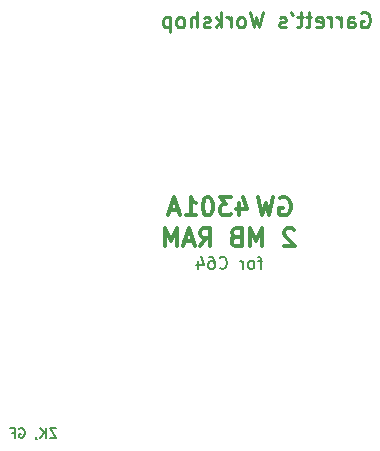
<source format=gbo>
G04 #@! TF.GenerationSoftware,KiCad,Pcbnew,(5.1.5-0-10_14)*
G04 #@! TF.CreationDate,2020-05-14T18:26:34-04:00*
G04 #@! TF.ProjectId,C64RAM,43363452-414d-42e6-9b69-6361645f7063,rev?*
G04 #@! TF.SameCoordinates,Original*
G04 #@! TF.FileFunction,Legend,Bot*
G04 #@! TF.FilePolarity,Positive*
%FSLAX46Y46*%
G04 Gerber Fmt 4.6, Leading zero omitted, Abs format (unit mm)*
G04 Created by KiCad (PCBNEW (5.1.5-0-10_14)) date 2020-05-14 18:26:34*
%MOMM*%
%LPD*%
G04 APERTURE LIST*
%ADD10C,0.203200*%
%ADD11C,0.225000*%
%ADD12C,0.300000*%
%ADD13C,0.200000*%
%ADD14C,0.100000*%
%ADD15C,1.143000*%
%ADD16C,2.152400*%
G04 APERTURE END LIST*
D10*
X117435238Y-84804895D02*
X116893371Y-84804895D01*
X117435238Y-85617695D01*
X116893371Y-85617695D01*
X116583733Y-85617695D02*
X116583733Y-84804895D01*
X116119276Y-85617695D02*
X116467619Y-85153238D01*
X116119276Y-84804895D02*
X116583733Y-85269352D01*
X115732228Y-85578990D02*
X115732228Y-85617695D01*
X115770933Y-85695104D01*
X115809638Y-85733809D01*
X114338857Y-84843600D02*
X114416266Y-84804895D01*
X114532380Y-84804895D01*
X114648495Y-84843600D01*
X114725904Y-84921009D01*
X114764609Y-84998419D01*
X114803314Y-85153238D01*
X114803314Y-85269352D01*
X114764609Y-85424171D01*
X114725904Y-85501580D01*
X114648495Y-85578990D01*
X114532380Y-85617695D01*
X114454971Y-85617695D01*
X114338857Y-85578990D01*
X114300152Y-85540285D01*
X114300152Y-85269352D01*
X114454971Y-85269352D01*
X113680876Y-85191942D02*
X113951809Y-85191942D01*
X113951809Y-85617695D02*
X113951809Y-84804895D01*
X113564761Y-84804895D01*
D11*
X143298333Y-49657000D02*
X143419285Y-49596523D01*
X143600714Y-49596523D01*
X143782142Y-49657000D01*
X143903095Y-49777952D01*
X143963571Y-49898904D01*
X144024047Y-50140809D01*
X144024047Y-50322238D01*
X143963571Y-50564142D01*
X143903095Y-50685095D01*
X143782142Y-50806047D01*
X143600714Y-50866523D01*
X143479761Y-50866523D01*
X143298333Y-50806047D01*
X143237857Y-50745571D01*
X143237857Y-50322238D01*
X143479761Y-50322238D01*
X142149285Y-50866523D02*
X142149285Y-50201285D01*
X142209761Y-50080333D01*
X142330714Y-50019857D01*
X142572619Y-50019857D01*
X142693571Y-50080333D01*
X142149285Y-50806047D02*
X142270238Y-50866523D01*
X142572619Y-50866523D01*
X142693571Y-50806047D01*
X142754047Y-50685095D01*
X142754047Y-50564142D01*
X142693571Y-50443190D01*
X142572619Y-50382714D01*
X142270238Y-50382714D01*
X142149285Y-50322238D01*
X141544523Y-50866523D02*
X141544523Y-50019857D01*
X141544523Y-50261761D02*
X141484047Y-50140809D01*
X141423571Y-50080333D01*
X141302619Y-50019857D01*
X141181666Y-50019857D01*
X140758333Y-50866523D02*
X140758333Y-50019857D01*
X140758333Y-50261761D02*
X140697857Y-50140809D01*
X140637380Y-50080333D01*
X140516428Y-50019857D01*
X140395476Y-50019857D01*
X139488333Y-50806047D02*
X139609285Y-50866523D01*
X139851190Y-50866523D01*
X139972142Y-50806047D01*
X140032619Y-50685095D01*
X140032619Y-50201285D01*
X139972142Y-50080333D01*
X139851190Y-50019857D01*
X139609285Y-50019857D01*
X139488333Y-50080333D01*
X139427857Y-50201285D01*
X139427857Y-50322238D01*
X140032619Y-50443190D01*
X139065000Y-50019857D02*
X138581190Y-50019857D01*
X138883571Y-49596523D02*
X138883571Y-50685095D01*
X138823095Y-50806047D01*
X138702142Y-50866523D01*
X138581190Y-50866523D01*
X138339285Y-50019857D02*
X137855476Y-50019857D01*
X138157857Y-49596523D02*
X138157857Y-50685095D01*
X138097380Y-50806047D01*
X137976428Y-50866523D01*
X137855476Y-50866523D01*
X137371666Y-49596523D02*
X137371666Y-49657000D01*
X137432142Y-49777952D01*
X137492619Y-49838428D01*
X136887857Y-50806047D02*
X136766904Y-50866523D01*
X136525000Y-50866523D01*
X136404047Y-50806047D01*
X136343571Y-50685095D01*
X136343571Y-50624619D01*
X136404047Y-50503666D01*
X136525000Y-50443190D01*
X136706428Y-50443190D01*
X136827380Y-50382714D01*
X136887857Y-50261761D01*
X136887857Y-50201285D01*
X136827380Y-50080333D01*
X136706428Y-50019857D01*
X136525000Y-50019857D01*
X136404047Y-50080333D01*
X134952619Y-49596523D02*
X134650238Y-50866523D01*
X134408333Y-49959380D01*
X134166428Y-50866523D01*
X133864047Y-49596523D01*
X133198809Y-50866523D02*
X133319761Y-50806047D01*
X133380238Y-50745571D01*
X133440714Y-50624619D01*
X133440714Y-50261761D01*
X133380238Y-50140809D01*
X133319761Y-50080333D01*
X133198809Y-50019857D01*
X133017380Y-50019857D01*
X132896428Y-50080333D01*
X132835952Y-50140809D01*
X132775476Y-50261761D01*
X132775476Y-50624619D01*
X132835952Y-50745571D01*
X132896428Y-50806047D01*
X133017380Y-50866523D01*
X133198809Y-50866523D01*
X132231190Y-50866523D02*
X132231190Y-50019857D01*
X132231190Y-50261761D02*
X132170714Y-50140809D01*
X132110238Y-50080333D01*
X131989285Y-50019857D01*
X131868333Y-50019857D01*
X131445000Y-50866523D02*
X131445000Y-49596523D01*
X131324047Y-50382714D02*
X130961190Y-50866523D01*
X130961190Y-50019857D02*
X131445000Y-50503666D01*
X130477380Y-50806047D02*
X130356428Y-50866523D01*
X130114523Y-50866523D01*
X129993571Y-50806047D01*
X129933095Y-50685095D01*
X129933095Y-50624619D01*
X129993571Y-50503666D01*
X130114523Y-50443190D01*
X130295952Y-50443190D01*
X130416904Y-50382714D01*
X130477380Y-50261761D01*
X130477380Y-50201285D01*
X130416904Y-50080333D01*
X130295952Y-50019857D01*
X130114523Y-50019857D01*
X129993571Y-50080333D01*
X129388809Y-50866523D02*
X129388809Y-49596523D01*
X128844523Y-50866523D02*
X128844523Y-50201285D01*
X128905000Y-50080333D01*
X129025952Y-50019857D01*
X129207380Y-50019857D01*
X129328333Y-50080333D01*
X129388809Y-50140809D01*
X128058333Y-50866523D02*
X128179285Y-50806047D01*
X128239761Y-50745571D01*
X128300238Y-50624619D01*
X128300238Y-50261761D01*
X128239761Y-50140809D01*
X128179285Y-50080333D01*
X128058333Y-50019857D01*
X127876904Y-50019857D01*
X127755952Y-50080333D01*
X127695476Y-50140809D01*
X127635000Y-50261761D01*
X127635000Y-50624619D01*
X127695476Y-50745571D01*
X127755952Y-50806047D01*
X127876904Y-50866523D01*
X128058333Y-50866523D01*
X127090714Y-50019857D02*
X127090714Y-51289857D01*
X127090714Y-50080333D02*
X126969761Y-50019857D01*
X126727857Y-50019857D01*
X126606904Y-50080333D01*
X126546428Y-50140809D01*
X126485952Y-50261761D01*
X126485952Y-50624619D01*
X126546428Y-50745571D01*
X126606904Y-50806047D01*
X126727857Y-50866523D01*
X126969761Y-50866523D01*
X127090714Y-50806047D01*
D12*
X132909800Y-65789428D02*
X132909800Y-66805428D01*
X133272657Y-65208857D02*
X133635514Y-66297428D01*
X132692085Y-66297428D01*
X132256657Y-65281428D02*
X131313228Y-65281428D01*
X131821228Y-65862000D01*
X131603514Y-65862000D01*
X131458371Y-65934571D01*
X131385800Y-66007142D01*
X131313228Y-66152285D01*
X131313228Y-66515142D01*
X131385800Y-66660285D01*
X131458371Y-66732857D01*
X131603514Y-66805428D01*
X132038942Y-66805428D01*
X132184085Y-66732857D01*
X132256657Y-66660285D01*
X130369800Y-65281428D02*
X130224657Y-65281428D01*
X130079514Y-65354000D01*
X130006942Y-65426571D01*
X129934371Y-65571714D01*
X129861800Y-65862000D01*
X129861800Y-66224857D01*
X129934371Y-66515142D01*
X130006942Y-66660285D01*
X130079514Y-66732857D01*
X130224657Y-66805428D01*
X130369800Y-66805428D01*
X130514942Y-66732857D01*
X130587514Y-66660285D01*
X130660085Y-66515142D01*
X130732657Y-66224857D01*
X130732657Y-65862000D01*
X130660085Y-65571714D01*
X130587514Y-65426571D01*
X130514942Y-65354000D01*
X130369800Y-65281428D01*
X128410371Y-66805428D02*
X129281228Y-66805428D01*
X128845800Y-66805428D02*
X128845800Y-65281428D01*
X128990942Y-65499142D01*
X129136085Y-65644285D01*
X129281228Y-65716857D01*
X127829800Y-66370000D02*
X127104085Y-66370000D01*
X127974942Y-66805428D02*
X127466942Y-65281428D01*
X126958942Y-66805428D01*
X136429514Y-65354000D02*
X136574657Y-65281428D01*
X136792371Y-65281428D01*
X137010085Y-65354000D01*
X137155228Y-65499142D01*
X137227800Y-65644285D01*
X137300371Y-65934571D01*
X137300371Y-66152285D01*
X137227800Y-66442571D01*
X137155228Y-66587714D01*
X137010085Y-66732857D01*
X136792371Y-66805428D01*
X136647228Y-66805428D01*
X136429514Y-66732857D01*
X136356942Y-66660285D01*
X136356942Y-66152285D01*
X136647228Y-66152285D01*
X135848942Y-65281428D02*
X135486085Y-66805428D01*
X135195800Y-65716857D01*
X134905514Y-66805428D01*
X134542657Y-65281428D01*
D13*
X134910285Y-70648285D02*
X134523238Y-70648285D01*
X134765142Y-71325619D02*
X134765142Y-70454761D01*
X134716761Y-70358000D01*
X134620000Y-70309619D01*
X134523238Y-70309619D01*
X134039428Y-71325619D02*
X134136190Y-71277238D01*
X134184571Y-71228857D01*
X134232952Y-71132095D01*
X134232952Y-70841809D01*
X134184571Y-70745047D01*
X134136190Y-70696666D01*
X134039428Y-70648285D01*
X133894285Y-70648285D01*
X133797523Y-70696666D01*
X133749142Y-70745047D01*
X133700761Y-70841809D01*
X133700761Y-71132095D01*
X133749142Y-71228857D01*
X133797523Y-71277238D01*
X133894285Y-71325619D01*
X134039428Y-71325619D01*
X133265333Y-71325619D02*
X133265333Y-70648285D01*
X133265333Y-70841809D02*
X133216952Y-70745047D01*
X133168571Y-70696666D01*
X133071809Y-70648285D01*
X132975047Y-70648285D01*
X131281714Y-71228857D02*
X131330095Y-71277238D01*
X131475238Y-71325619D01*
X131572000Y-71325619D01*
X131717142Y-71277238D01*
X131813904Y-71180476D01*
X131862285Y-71083714D01*
X131910666Y-70890190D01*
X131910666Y-70745047D01*
X131862285Y-70551523D01*
X131813904Y-70454761D01*
X131717142Y-70358000D01*
X131572000Y-70309619D01*
X131475238Y-70309619D01*
X131330095Y-70358000D01*
X131281714Y-70406380D01*
X130410857Y-70309619D02*
X130604380Y-70309619D01*
X130701142Y-70358000D01*
X130749523Y-70406380D01*
X130846285Y-70551523D01*
X130894666Y-70745047D01*
X130894666Y-71132095D01*
X130846285Y-71228857D01*
X130797904Y-71277238D01*
X130701142Y-71325619D01*
X130507619Y-71325619D01*
X130410857Y-71277238D01*
X130362476Y-71228857D01*
X130314095Y-71132095D01*
X130314095Y-70890190D01*
X130362476Y-70793428D01*
X130410857Y-70745047D01*
X130507619Y-70696666D01*
X130701142Y-70696666D01*
X130797904Y-70745047D01*
X130846285Y-70793428D01*
X130894666Y-70890190D01*
X129443238Y-70648285D02*
X129443238Y-71325619D01*
X129685142Y-70261238D02*
X129927047Y-70986952D01*
X129298095Y-70986952D01*
D12*
X137595428Y-68017571D02*
X137522857Y-67945000D01*
X137377714Y-67872428D01*
X137014857Y-67872428D01*
X136869714Y-67945000D01*
X136797142Y-68017571D01*
X136724571Y-68162714D01*
X136724571Y-68307857D01*
X136797142Y-68525571D01*
X137668000Y-69396428D01*
X136724571Y-69396428D01*
X134910285Y-69396428D02*
X134910285Y-67872428D01*
X134402285Y-68961000D01*
X133894285Y-67872428D01*
X133894285Y-69396428D01*
X132660571Y-68598142D02*
X132442857Y-68670714D01*
X132370285Y-68743285D01*
X132297714Y-68888428D01*
X132297714Y-69106142D01*
X132370285Y-69251285D01*
X132442857Y-69323857D01*
X132588000Y-69396428D01*
X133168571Y-69396428D01*
X133168571Y-67872428D01*
X132660571Y-67872428D01*
X132515428Y-67945000D01*
X132442857Y-68017571D01*
X132370285Y-68162714D01*
X132370285Y-68307857D01*
X132442857Y-68453000D01*
X132515428Y-68525571D01*
X132660571Y-68598142D01*
X133168571Y-68598142D01*
X129612571Y-69396428D02*
X130120571Y-68670714D01*
X130483428Y-69396428D02*
X130483428Y-67872428D01*
X129902857Y-67872428D01*
X129757714Y-67945000D01*
X129685142Y-68017571D01*
X129612571Y-68162714D01*
X129612571Y-68380428D01*
X129685142Y-68525571D01*
X129757714Y-68598142D01*
X129902857Y-68670714D01*
X130483428Y-68670714D01*
X129032000Y-68961000D02*
X128306285Y-68961000D01*
X129177142Y-69396428D02*
X128669142Y-67872428D01*
X128161142Y-69396428D01*
X127653142Y-69396428D02*
X127653142Y-67872428D01*
X127145142Y-68961000D01*
X126637142Y-67872428D01*
X126637142Y-69396428D01*
%LPC*%
D14*
G36*
X161290000Y-97282000D02*
G01*
X160782000Y-97790000D01*
X103378000Y-97790000D01*
X102870000Y-97282000D01*
X102870000Y-89916000D01*
X161290000Y-89916000D01*
X161290000Y-97282000D01*
G37*
G36*
X159210179Y-89373818D02*
G01*
X159250862Y-89379853D01*
X159290758Y-89389846D01*
X159329483Y-89403702D01*
X159366662Y-89421287D01*
X159401939Y-89442431D01*
X159434974Y-89466931D01*
X159465448Y-89494552D01*
X159493069Y-89525026D01*
X159517569Y-89558061D01*
X159538713Y-89593338D01*
X159556298Y-89630517D01*
X159570154Y-89669242D01*
X159580147Y-89709138D01*
X159586182Y-89749821D01*
X159588200Y-89790900D01*
X159588200Y-96445100D01*
X159586182Y-96486179D01*
X159580147Y-96526862D01*
X159570154Y-96566758D01*
X159556298Y-96605483D01*
X159538713Y-96642662D01*
X159517569Y-96677939D01*
X159493069Y-96710974D01*
X159465448Y-96741448D01*
X159434974Y-96769069D01*
X159401939Y-96793569D01*
X159366662Y-96814713D01*
X159329483Y-96832298D01*
X159290758Y-96846154D01*
X159250862Y-96856147D01*
X159210179Y-96862182D01*
X159169100Y-96864200D01*
X158330900Y-96864200D01*
X158289821Y-96862182D01*
X158249138Y-96856147D01*
X158209242Y-96846154D01*
X158170517Y-96832298D01*
X158133338Y-96814713D01*
X158098061Y-96793569D01*
X158065026Y-96769069D01*
X158034552Y-96741448D01*
X158006931Y-96710974D01*
X157982431Y-96677939D01*
X157961287Y-96642662D01*
X157943702Y-96605483D01*
X157929846Y-96566758D01*
X157919853Y-96526862D01*
X157913818Y-96486179D01*
X157911800Y-96445100D01*
X157911800Y-89790900D01*
X157913818Y-89749821D01*
X157919853Y-89709138D01*
X157929846Y-89669242D01*
X157943702Y-89630517D01*
X157961287Y-89593338D01*
X157982431Y-89558061D01*
X158006931Y-89525026D01*
X158034552Y-89494552D01*
X158065026Y-89466931D01*
X158098061Y-89442431D01*
X158133338Y-89421287D01*
X158170517Y-89403702D01*
X158209242Y-89389846D01*
X158249138Y-89379853D01*
X158289821Y-89373818D01*
X158330900Y-89371800D01*
X159169100Y-89371800D01*
X159210179Y-89373818D01*
G37*
G36*
X156670179Y-89373818D02*
G01*
X156710862Y-89379853D01*
X156750758Y-89389846D01*
X156789483Y-89403702D01*
X156826662Y-89421287D01*
X156861939Y-89442431D01*
X156894974Y-89466931D01*
X156925448Y-89494552D01*
X156953069Y-89525026D01*
X156977569Y-89558061D01*
X156998713Y-89593338D01*
X157016298Y-89630517D01*
X157030154Y-89669242D01*
X157040147Y-89709138D01*
X157046182Y-89749821D01*
X157048200Y-89790900D01*
X157048200Y-96445100D01*
X157046182Y-96486179D01*
X157040147Y-96526862D01*
X157030154Y-96566758D01*
X157016298Y-96605483D01*
X156998713Y-96642662D01*
X156977569Y-96677939D01*
X156953069Y-96710974D01*
X156925448Y-96741448D01*
X156894974Y-96769069D01*
X156861939Y-96793569D01*
X156826662Y-96814713D01*
X156789483Y-96832298D01*
X156750758Y-96846154D01*
X156710862Y-96856147D01*
X156670179Y-96862182D01*
X156629100Y-96864200D01*
X155790900Y-96864200D01*
X155749821Y-96862182D01*
X155709138Y-96856147D01*
X155669242Y-96846154D01*
X155630517Y-96832298D01*
X155593338Y-96814713D01*
X155558061Y-96793569D01*
X155525026Y-96769069D01*
X155494552Y-96741448D01*
X155466931Y-96710974D01*
X155442431Y-96677939D01*
X155421287Y-96642662D01*
X155403702Y-96605483D01*
X155389846Y-96566758D01*
X155379853Y-96526862D01*
X155373818Y-96486179D01*
X155371800Y-96445100D01*
X155371800Y-89790900D01*
X155373818Y-89749821D01*
X155379853Y-89709138D01*
X155389846Y-89669242D01*
X155403702Y-89630517D01*
X155421287Y-89593338D01*
X155442431Y-89558061D01*
X155466931Y-89525026D01*
X155494552Y-89494552D01*
X155525026Y-89466931D01*
X155558061Y-89442431D01*
X155593338Y-89421287D01*
X155630517Y-89403702D01*
X155669242Y-89389846D01*
X155709138Y-89379853D01*
X155749821Y-89373818D01*
X155790900Y-89371800D01*
X156629100Y-89371800D01*
X156670179Y-89373818D01*
G37*
G36*
X154130179Y-89373818D02*
G01*
X154170862Y-89379853D01*
X154210758Y-89389846D01*
X154249483Y-89403702D01*
X154286662Y-89421287D01*
X154321939Y-89442431D01*
X154354974Y-89466931D01*
X154385448Y-89494552D01*
X154413069Y-89525026D01*
X154437569Y-89558061D01*
X154458713Y-89593338D01*
X154476298Y-89630517D01*
X154490154Y-89669242D01*
X154500147Y-89709138D01*
X154506182Y-89749821D01*
X154508200Y-89790900D01*
X154508200Y-96445100D01*
X154506182Y-96486179D01*
X154500147Y-96526862D01*
X154490154Y-96566758D01*
X154476298Y-96605483D01*
X154458713Y-96642662D01*
X154437569Y-96677939D01*
X154413069Y-96710974D01*
X154385448Y-96741448D01*
X154354974Y-96769069D01*
X154321939Y-96793569D01*
X154286662Y-96814713D01*
X154249483Y-96832298D01*
X154210758Y-96846154D01*
X154170862Y-96856147D01*
X154130179Y-96862182D01*
X154089100Y-96864200D01*
X153250900Y-96864200D01*
X153209821Y-96862182D01*
X153169138Y-96856147D01*
X153129242Y-96846154D01*
X153090517Y-96832298D01*
X153053338Y-96814713D01*
X153018061Y-96793569D01*
X152985026Y-96769069D01*
X152954552Y-96741448D01*
X152926931Y-96710974D01*
X152902431Y-96677939D01*
X152881287Y-96642662D01*
X152863702Y-96605483D01*
X152849846Y-96566758D01*
X152839853Y-96526862D01*
X152833818Y-96486179D01*
X152831800Y-96445100D01*
X152831800Y-89790900D01*
X152833818Y-89749821D01*
X152839853Y-89709138D01*
X152849846Y-89669242D01*
X152863702Y-89630517D01*
X152881287Y-89593338D01*
X152902431Y-89558061D01*
X152926931Y-89525026D01*
X152954552Y-89494552D01*
X152985026Y-89466931D01*
X153018061Y-89442431D01*
X153053338Y-89421287D01*
X153090517Y-89403702D01*
X153129242Y-89389846D01*
X153169138Y-89379853D01*
X153209821Y-89373818D01*
X153250900Y-89371800D01*
X154089100Y-89371800D01*
X154130179Y-89373818D01*
G37*
G36*
X151590179Y-89373818D02*
G01*
X151630862Y-89379853D01*
X151670758Y-89389846D01*
X151709483Y-89403702D01*
X151746662Y-89421287D01*
X151781939Y-89442431D01*
X151814974Y-89466931D01*
X151845448Y-89494552D01*
X151873069Y-89525026D01*
X151897569Y-89558061D01*
X151918713Y-89593338D01*
X151936298Y-89630517D01*
X151950154Y-89669242D01*
X151960147Y-89709138D01*
X151966182Y-89749821D01*
X151968200Y-89790900D01*
X151968200Y-96445100D01*
X151966182Y-96486179D01*
X151960147Y-96526862D01*
X151950154Y-96566758D01*
X151936298Y-96605483D01*
X151918713Y-96642662D01*
X151897569Y-96677939D01*
X151873069Y-96710974D01*
X151845448Y-96741448D01*
X151814974Y-96769069D01*
X151781939Y-96793569D01*
X151746662Y-96814713D01*
X151709483Y-96832298D01*
X151670758Y-96846154D01*
X151630862Y-96856147D01*
X151590179Y-96862182D01*
X151549100Y-96864200D01*
X150710900Y-96864200D01*
X150669821Y-96862182D01*
X150629138Y-96856147D01*
X150589242Y-96846154D01*
X150550517Y-96832298D01*
X150513338Y-96814713D01*
X150478061Y-96793569D01*
X150445026Y-96769069D01*
X150414552Y-96741448D01*
X150386931Y-96710974D01*
X150362431Y-96677939D01*
X150341287Y-96642662D01*
X150323702Y-96605483D01*
X150309846Y-96566758D01*
X150299853Y-96526862D01*
X150293818Y-96486179D01*
X150291800Y-96445100D01*
X150291800Y-89790900D01*
X150293818Y-89749821D01*
X150299853Y-89709138D01*
X150309846Y-89669242D01*
X150323702Y-89630517D01*
X150341287Y-89593338D01*
X150362431Y-89558061D01*
X150386931Y-89525026D01*
X150414552Y-89494552D01*
X150445026Y-89466931D01*
X150478061Y-89442431D01*
X150513338Y-89421287D01*
X150550517Y-89403702D01*
X150589242Y-89389846D01*
X150629138Y-89379853D01*
X150669821Y-89373818D01*
X150710900Y-89371800D01*
X151549100Y-89371800D01*
X151590179Y-89373818D01*
G37*
G36*
X149050179Y-89373818D02*
G01*
X149090862Y-89379853D01*
X149130758Y-89389846D01*
X149169483Y-89403702D01*
X149206662Y-89421287D01*
X149241939Y-89442431D01*
X149274974Y-89466931D01*
X149305448Y-89494552D01*
X149333069Y-89525026D01*
X149357569Y-89558061D01*
X149378713Y-89593338D01*
X149396298Y-89630517D01*
X149410154Y-89669242D01*
X149420147Y-89709138D01*
X149426182Y-89749821D01*
X149428200Y-89790900D01*
X149428200Y-96445100D01*
X149426182Y-96486179D01*
X149420147Y-96526862D01*
X149410154Y-96566758D01*
X149396298Y-96605483D01*
X149378713Y-96642662D01*
X149357569Y-96677939D01*
X149333069Y-96710974D01*
X149305448Y-96741448D01*
X149274974Y-96769069D01*
X149241939Y-96793569D01*
X149206662Y-96814713D01*
X149169483Y-96832298D01*
X149130758Y-96846154D01*
X149090862Y-96856147D01*
X149050179Y-96862182D01*
X149009100Y-96864200D01*
X148170900Y-96864200D01*
X148129821Y-96862182D01*
X148089138Y-96856147D01*
X148049242Y-96846154D01*
X148010517Y-96832298D01*
X147973338Y-96814713D01*
X147938061Y-96793569D01*
X147905026Y-96769069D01*
X147874552Y-96741448D01*
X147846931Y-96710974D01*
X147822431Y-96677939D01*
X147801287Y-96642662D01*
X147783702Y-96605483D01*
X147769846Y-96566758D01*
X147759853Y-96526862D01*
X147753818Y-96486179D01*
X147751800Y-96445100D01*
X147751800Y-89790900D01*
X147753818Y-89749821D01*
X147759853Y-89709138D01*
X147769846Y-89669242D01*
X147783702Y-89630517D01*
X147801287Y-89593338D01*
X147822431Y-89558061D01*
X147846931Y-89525026D01*
X147874552Y-89494552D01*
X147905026Y-89466931D01*
X147938061Y-89442431D01*
X147973338Y-89421287D01*
X148010517Y-89403702D01*
X148049242Y-89389846D01*
X148089138Y-89379853D01*
X148129821Y-89373818D01*
X148170900Y-89371800D01*
X149009100Y-89371800D01*
X149050179Y-89373818D01*
G37*
G36*
X146510179Y-89373818D02*
G01*
X146550862Y-89379853D01*
X146590758Y-89389846D01*
X146629483Y-89403702D01*
X146666662Y-89421287D01*
X146701939Y-89442431D01*
X146734974Y-89466931D01*
X146765448Y-89494552D01*
X146793069Y-89525026D01*
X146817569Y-89558061D01*
X146838713Y-89593338D01*
X146856298Y-89630517D01*
X146870154Y-89669242D01*
X146880147Y-89709138D01*
X146886182Y-89749821D01*
X146888200Y-89790900D01*
X146888200Y-96445100D01*
X146886182Y-96486179D01*
X146880147Y-96526862D01*
X146870154Y-96566758D01*
X146856298Y-96605483D01*
X146838713Y-96642662D01*
X146817569Y-96677939D01*
X146793069Y-96710974D01*
X146765448Y-96741448D01*
X146734974Y-96769069D01*
X146701939Y-96793569D01*
X146666662Y-96814713D01*
X146629483Y-96832298D01*
X146590758Y-96846154D01*
X146550862Y-96856147D01*
X146510179Y-96862182D01*
X146469100Y-96864200D01*
X145630900Y-96864200D01*
X145589821Y-96862182D01*
X145549138Y-96856147D01*
X145509242Y-96846154D01*
X145470517Y-96832298D01*
X145433338Y-96814713D01*
X145398061Y-96793569D01*
X145365026Y-96769069D01*
X145334552Y-96741448D01*
X145306931Y-96710974D01*
X145282431Y-96677939D01*
X145261287Y-96642662D01*
X145243702Y-96605483D01*
X145229846Y-96566758D01*
X145219853Y-96526862D01*
X145213818Y-96486179D01*
X145211800Y-96445100D01*
X145211800Y-89790900D01*
X145213818Y-89749821D01*
X145219853Y-89709138D01*
X145229846Y-89669242D01*
X145243702Y-89630517D01*
X145261287Y-89593338D01*
X145282431Y-89558061D01*
X145306931Y-89525026D01*
X145334552Y-89494552D01*
X145365026Y-89466931D01*
X145398061Y-89442431D01*
X145433338Y-89421287D01*
X145470517Y-89403702D01*
X145509242Y-89389846D01*
X145549138Y-89379853D01*
X145589821Y-89373818D01*
X145630900Y-89371800D01*
X146469100Y-89371800D01*
X146510179Y-89373818D01*
G37*
G36*
X143970179Y-89373818D02*
G01*
X144010862Y-89379853D01*
X144050758Y-89389846D01*
X144089483Y-89403702D01*
X144126662Y-89421287D01*
X144161939Y-89442431D01*
X144194974Y-89466931D01*
X144225448Y-89494552D01*
X144253069Y-89525026D01*
X144277569Y-89558061D01*
X144298713Y-89593338D01*
X144316298Y-89630517D01*
X144330154Y-89669242D01*
X144340147Y-89709138D01*
X144346182Y-89749821D01*
X144348200Y-89790900D01*
X144348200Y-96445100D01*
X144346182Y-96486179D01*
X144340147Y-96526862D01*
X144330154Y-96566758D01*
X144316298Y-96605483D01*
X144298713Y-96642662D01*
X144277569Y-96677939D01*
X144253069Y-96710974D01*
X144225448Y-96741448D01*
X144194974Y-96769069D01*
X144161939Y-96793569D01*
X144126662Y-96814713D01*
X144089483Y-96832298D01*
X144050758Y-96846154D01*
X144010862Y-96856147D01*
X143970179Y-96862182D01*
X143929100Y-96864200D01*
X143090900Y-96864200D01*
X143049821Y-96862182D01*
X143009138Y-96856147D01*
X142969242Y-96846154D01*
X142930517Y-96832298D01*
X142893338Y-96814713D01*
X142858061Y-96793569D01*
X142825026Y-96769069D01*
X142794552Y-96741448D01*
X142766931Y-96710974D01*
X142742431Y-96677939D01*
X142721287Y-96642662D01*
X142703702Y-96605483D01*
X142689846Y-96566758D01*
X142679853Y-96526862D01*
X142673818Y-96486179D01*
X142671800Y-96445100D01*
X142671800Y-89790900D01*
X142673818Y-89749821D01*
X142679853Y-89709138D01*
X142689846Y-89669242D01*
X142703702Y-89630517D01*
X142721287Y-89593338D01*
X142742431Y-89558061D01*
X142766931Y-89525026D01*
X142794552Y-89494552D01*
X142825026Y-89466931D01*
X142858061Y-89442431D01*
X142893338Y-89421287D01*
X142930517Y-89403702D01*
X142969242Y-89389846D01*
X143009138Y-89379853D01*
X143049821Y-89373818D01*
X143090900Y-89371800D01*
X143929100Y-89371800D01*
X143970179Y-89373818D01*
G37*
G36*
X141430179Y-89373818D02*
G01*
X141470862Y-89379853D01*
X141510758Y-89389846D01*
X141549483Y-89403702D01*
X141586662Y-89421287D01*
X141621939Y-89442431D01*
X141654974Y-89466931D01*
X141685448Y-89494552D01*
X141713069Y-89525026D01*
X141737569Y-89558061D01*
X141758713Y-89593338D01*
X141776298Y-89630517D01*
X141790154Y-89669242D01*
X141800147Y-89709138D01*
X141806182Y-89749821D01*
X141808200Y-89790900D01*
X141808200Y-96445100D01*
X141806182Y-96486179D01*
X141800147Y-96526862D01*
X141790154Y-96566758D01*
X141776298Y-96605483D01*
X141758713Y-96642662D01*
X141737569Y-96677939D01*
X141713069Y-96710974D01*
X141685448Y-96741448D01*
X141654974Y-96769069D01*
X141621939Y-96793569D01*
X141586662Y-96814713D01*
X141549483Y-96832298D01*
X141510758Y-96846154D01*
X141470862Y-96856147D01*
X141430179Y-96862182D01*
X141389100Y-96864200D01*
X140550900Y-96864200D01*
X140509821Y-96862182D01*
X140469138Y-96856147D01*
X140429242Y-96846154D01*
X140390517Y-96832298D01*
X140353338Y-96814713D01*
X140318061Y-96793569D01*
X140285026Y-96769069D01*
X140254552Y-96741448D01*
X140226931Y-96710974D01*
X140202431Y-96677939D01*
X140181287Y-96642662D01*
X140163702Y-96605483D01*
X140149846Y-96566758D01*
X140139853Y-96526862D01*
X140133818Y-96486179D01*
X140131800Y-96445100D01*
X140131800Y-89790900D01*
X140133818Y-89749821D01*
X140139853Y-89709138D01*
X140149846Y-89669242D01*
X140163702Y-89630517D01*
X140181287Y-89593338D01*
X140202431Y-89558061D01*
X140226931Y-89525026D01*
X140254552Y-89494552D01*
X140285026Y-89466931D01*
X140318061Y-89442431D01*
X140353338Y-89421287D01*
X140390517Y-89403702D01*
X140429242Y-89389846D01*
X140469138Y-89379853D01*
X140509821Y-89373818D01*
X140550900Y-89371800D01*
X141389100Y-89371800D01*
X141430179Y-89373818D01*
G37*
G36*
X138890179Y-89373818D02*
G01*
X138930862Y-89379853D01*
X138970758Y-89389846D01*
X139009483Y-89403702D01*
X139046662Y-89421287D01*
X139081939Y-89442431D01*
X139114974Y-89466931D01*
X139145448Y-89494552D01*
X139173069Y-89525026D01*
X139197569Y-89558061D01*
X139218713Y-89593338D01*
X139236298Y-89630517D01*
X139250154Y-89669242D01*
X139260147Y-89709138D01*
X139266182Y-89749821D01*
X139268200Y-89790900D01*
X139268200Y-96445100D01*
X139266182Y-96486179D01*
X139260147Y-96526862D01*
X139250154Y-96566758D01*
X139236298Y-96605483D01*
X139218713Y-96642662D01*
X139197569Y-96677939D01*
X139173069Y-96710974D01*
X139145448Y-96741448D01*
X139114974Y-96769069D01*
X139081939Y-96793569D01*
X139046662Y-96814713D01*
X139009483Y-96832298D01*
X138970758Y-96846154D01*
X138930862Y-96856147D01*
X138890179Y-96862182D01*
X138849100Y-96864200D01*
X138010900Y-96864200D01*
X137969821Y-96862182D01*
X137929138Y-96856147D01*
X137889242Y-96846154D01*
X137850517Y-96832298D01*
X137813338Y-96814713D01*
X137778061Y-96793569D01*
X137745026Y-96769069D01*
X137714552Y-96741448D01*
X137686931Y-96710974D01*
X137662431Y-96677939D01*
X137641287Y-96642662D01*
X137623702Y-96605483D01*
X137609846Y-96566758D01*
X137599853Y-96526862D01*
X137593818Y-96486179D01*
X137591800Y-96445100D01*
X137591800Y-89790900D01*
X137593818Y-89749821D01*
X137599853Y-89709138D01*
X137609846Y-89669242D01*
X137623702Y-89630517D01*
X137641287Y-89593338D01*
X137662431Y-89558061D01*
X137686931Y-89525026D01*
X137714552Y-89494552D01*
X137745026Y-89466931D01*
X137778061Y-89442431D01*
X137813338Y-89421287D01*
X137850517Y-89403702D01*
X137889242Y-89389846D01*
X137929138Y-89379853D01*
X137969821Y-89373818D01*
X138010900Y-89371800D01*
X138849100Y-89371800D01*
X138890179Y-89373818D01*
G37*
G36*
X136350179Y-89373818D02*
G01*
X136390862Y-89379853D01*
X136430758Y-89389846D01*
X136469483Y-89403702D01*
X136506662Y-89421287D01*
X136541939Y-89442431D01*
X136574974Y-89466931D01*
X136605448Y-89494552D01*
X136633069Y-89525026D01*
X136657569Y-89558061D01*
X136678713Y-89593338D01*
X136696298Y-89630517D01*
X136710154Y-89669242D01*
X136720147Y-89709138D01*
X136726182Y-89749821D01*
X136728200Y-89790900D01*
X136728200Y-96445100D01*
X136726182Y-96486179D01*
X136720147Y-96526862D01*
X136710154Y-96566758D01*
X136696298Y-96605483D01*
X136678713Y-96642662D01*
X136657569Y-96677939D01*
X136633069Y-96710974D01*
X136605448Y-96741448D01*
X136574974Y-96769069D01*
X136541939Y-96793569D01*
X136506662Y-96814713D01*
X136469483Y-96832298D01*
X136430758Y-96846154D01*
X136390862Y-96856147D01*
X136350179Y-96862182D01*
X136309100Y-96864200D01*
X135470900Y-96864200D01*
X135429821Y-96862182D01*
X135389138Y-96856147D01*
X135349242Y-96846154D01*
X135310517Y-96832298D01*
X135273338Y-96814713D01*
X135238061Y-96793569D01*
X135205026Y-96769069D01*
X135174552Y-96741448D01*
X135146931Y-96710974D01*
X135122431Y-96677939D01*
X135101287Y-96642662D01*
X135083702Y-96605483D01*
X135069846Y-96566758D01*
X135059853Y-96526862D01*
X135053818Y-96486179D01*
X135051800Y-96445100D01*
X135051800Y-89790900D01*
X135053818Y-89749821D01*
X135059853Y-89709138D01*
X135069846Y-89669242D01*
X135083702Y-89630517D01*
X135101287Y-89593338D01*
X135122431Y-89558061D01*
X135146931Y-89525026D01*
X135174552Y-89494552D01*
X135205026Y-89466931D01*
X135238061Y-89442431D01*
X135273338Y-89421287D01*
X135310517Y-89403702D01*
X135349242Y-89389846D01*
X135389138Y-89379853D01*
X135429821Y-89373818D01*
X135470900Y-89371800D01*
X136309100Y-89371800D01*
X136350179Y-89373818D01*
G37*
G36*
X133810179Y-89373818D02*
G01*
X133850862Y-89379853D01*
X133890758Y-89389846D01*
X133929483Y-89403702D01*
X133966662Y-89421287D01*
X134001939Y-89442431D01*
X134034974Y-89466931D01*
X134065448Y-89494552D01*
X134093069Y-89525026D01*
X134117569Y-89558061D01*
X134138713Y-89593338D01*
X134156298Y-89630517D01*
X134170154Y-89669242D01*
X134180147Y-89709138D01*
X134186182Y-89749821D01*
X134188200Y-89790900D01*
X134188200Y-96445100D01*
X134186182Y-96486179D01*
X134180147Y-96526862D01*
X134170154Y-96566758D01*
X134156298Y-96605483D01*
X134138713Y-96642662D01*
X134117569Y-96677939D01*
X134093069Y-96710974D01*
X134065448Y-96741448D01*
X134034974Y-96769069D01*
X134001939Y-96793569D01*
X133966662Y-96814713D01*
X133929483Y-96832298D01*
X133890758Y-96846154D01*
X133850862Y-96856147D01*
X133810179Y-96862182D01*
X133769100Y-96864200D01*
X132930900Y-96864200D01*
X132889821Y-96862182D01*
X132849138Y-96856147D01*
X132809242Y-96846154D01*
X132770517Y-96832298D01*
X132733338Y-96814713D01*
X132698061Y-96793569D01*
X132665026Y-96769069D01*
X132634552Y-96741448D01*
X132606931Y-96710974D01*
X132582431Y-96677939D01*
X132561287Y-96642662D01*
X132543702Y-96605483D01*
X132529846Y-96566758D01*
X132519853Y-96526862D01*
X132513818Y-96486179D01*
X132511800Y-96445100D01*
X132511800Y-89790900D01*
X132513818Y-89749821D01*
X132519853Y-89709138D01*
X132529846Y-89669242D01*
X132543702Y-89630517D01*
X132561287Y-89593338D01*
X132582431Y-89558061D01*
X132606931Y-89525026D01*
X132634552Y-89494552D01*
X132665026Y-89466931D01*
X132698061Y-89442431D01*
X132733338Y-89421287D01*
X132770517Y-89403702D01*
X132809242Y-89389846D01*
X132849138Y-89379853D01*
X132889821Y-89373818D01*
X132930900Y-89371800D01*
X133769100Y-89371800D01*
X133810179Y-89373818D01*
G37*
G36*
X131270179Y-89373818D02*
G01*
X131310862Y-89379853D01*
X131350758Y-89389846D01*
X131389483Y-89403702D01*
X131426662Y-89421287D01*
X131461939Y-89442431D01*
X131494974Y-89466931D01*
X131525448Y-89494552D01*
X131553069Y-89525026D01*
X131577569Y-89558061D01*
X131598713Y-89593338D01*
X131616298Y-89630517D01*
X131630154Y-89669242D01*
X131640147Y-89709138D01*
X131646182Y-89749821D01*
X131648200Y-89790900D01*
X131648200Y-96445100D01*
X131646182Y-96486179D01*
X131640147Y-96526862D01*
X131630154Y-96566758D01*
X131616298Y-96605483D01*
X131598713Y-96642662D01*
X131577569Y-96677939D01*
X131553069Y-96710974D01*
X131525448Y-96741448D01*
X131494974Y-96769069D01*
X131461939Y-96793569D01*
X131426662Y-96814713D01*
X131389483Y-96832298D01*
X131350758Y-96846154D01*
X131310862Y-96856147D01*
X131270179Y-96862182D01*
X131229100Y-96864200D01*
X130390900Y-96864200D01*
X130349821Y-96862182D01*
X130309138Y-96856147D01*
X130269242Y-96846154D01*
X130230517Y-96832298D01*
X130193338Y-96814713D01*
X130158061Y-96793569D01*
X130125026Y-96769069D01*
X130094552Y-96741448D01*
X130066931Y-96710974D01*
X130042431Y-96677939D01*
X130021287Y-96642662D01*
X130003702Y-96605483D01*
X129989846Y-96566758D01*
X129979853Y-96526862D01*
X129973818Y-96486179D01*
X129971800Y-96445100D01*
X129971800Y-89790900D01*
X129973818Y-89749821D01*
X129979853Y-89709138D01*
X129989846Y-89669242D01*
X130003702Y-89630517D01*
X130021287Y-89593338D01*
X130042431Y-89558061D01*
X130066931Y-89525026D01*
X130094552Y-89494552D01*
X130125026Y-89466931D01*
X130158061Y-89442431D01*
X130193338Y-89421287D01*
X130230517Y-89403702D01*
X130269242Y-89389846D01*
X130309138Y-89379853D01*
X130349821Y-89373818D01*
X130390900Y-89371800D01*
X131229100Y-89371800D01*
X131270179Y-89373818D01*
G37*
G36*
X128730179Y-89373818D02*
G01*
X128770862Y-89379853D01*
X128810758Y-89389846D01*
X128849483Y-89403702D01*
X128886662Y-89421287D01*
X128921939Y-89442431D01*
X128954974Y-89466931D01*
X128985448Y-89494552D01*
X129013069Y-89525026D01*
X129037569Y-89558061D01*
X129058713Y-89593338D01*
X129076298Y-89630517D01*
X129090154Y-89669242D01*
X129100147Y-89709138D01*
X129106182Y-89749821D01*
X129108200Y-89790900D01*
X129108200Y-96445100D01*
X129106182Y-96486179D01*
X129100147Y-96526862D01*
X129090154Y-96566758D01*
X129076298Y-96605483D01*
X129058713Y-96642662D01*
X129037569Y-96677939D01*
X129013069Y-96710974D01*
X128985448Y-96741448D01*
X128954974Y-96769069D01*
X128921939Y-96793569D01*
X128886662Y-96814713D01*
X128849483Y-96832298D01*
X128810758Y-96846154D01*
X128770862Y-96856147D01*
X128730179Y-96862182D01*
X128689100Y-96864200D01*
X127850900Y-96864200D01*
X127809821Y-96862182D01*
X127769138Y-96856147D01*
X127729242Y-96846154D01*
X127690517Y-96832298D01*
X127653338Y-96814713D01*
X127618061Y-96793569D01*
X127585026Y-96769069D01*
X127554552Y-96741448D01*
X127526931Y-96710974D01*
X127502431Y-96677939D01*
X127481287Y-96642662D01*
X127463702Y-96605483D01*
X127449846Y-96566758D01*
X127439853Y-96526862D01*
X127433818Y-96486179D01*
X127431800Y-96445100D01*
X127431800Y-89790900D01*
X127433818Y-89749821D01*
X127439853Y-89709138D01*
X127449846Y-89669242D01*
X127463702Y-89630517D01*
X127481287Y-89593338D01*
X127502431Y-89558061D01*
X127526931Y-89525026D01*
X127554552Y-89494552D01*
X127585026Y-89466931D01*
X127618061Y-89442431D01*
X127653338Y-89421287D01*
X127690517Y-89403702D01*
X127729242Y-89389846D01*
X127769138Y-89379853D01*
X127809821Y-89373818D01*
X127850900Y-89371800D01*
X128689100Y-89371800D01*
X128730179Y-89373818D01*
G37*
G36*
X126190179Y-89373818D02*
G01*
X126230862Y-89379853D01*
X126270758Y-89389846D01*
X126309483Y-89403702D01*
X126346662Y-89421287D01*
X126381939Y-89442431D01*
X126414974Y-89466931D01*
X126445448Y-89494552D01*
X126473069Y-89525026D01*
X126497569Y-89558061D01*
X126518713Y-89593338D01*
X126536298Y-89630517D01*
X126550154Y-89669242D01*
X126560147Y-89709138D01*
X126566182Y-89749821D01*
X126568200Y-89790900D01*
X126568200Y-96445100D01*
X126566182Y-96486179D01*
X126560147Y-96526862D01*
X126550154Y-96566758D01*
X126536298Y-96605483D01*
X126518713Y-96642662D01*
X126497569Y-96677939D01*
X126473069Y-96710974D01*
X126445448Y-96741448D01*
X126414974Y-96769069D01*
X126381939Y-96793569D01*
X126346662Y-96814713D01*
X126309483Y-96832298D01*
X126270758Y-96846154D01*
X126230862Y-96856147D01*
X126190179Y-96862182D01*
X126149100Y-96864200D01*
X125310900Y-96864200D01*
X125269821Y-96862182D01*
X125229138Y-96856147D01*
X125189242Y-96846154D01*
X125150517Y-96832298D01*
X125113338Y-96814713D01*
X125078061Y-96793569D01*
X125045026Y-96769069D01*
X125014552Y-96741448D01*
X124986931Y-96710974D01*
X124962431Y-96677939D01*
X124941287Y-96642662D01*
X124923702Y-96605483D01*
X124909846Y-96566758D01*
X124899853Y-96526862D01*
X124893818Y-96486179D01*
X124891800Y-96445100D01*
X124891800Y-89790900D01*
X124893818Y-89749821D01*
X124899853Y-89709138D01*
X124909846Y-89669242D01*
X124923702Y-89630517D01*
X124941287Y-89593338D01*
X124962431Y-89558061D01*
X124986931Y-89525026D01*
X125014552Y-89494552D01*
X125045026Y-89466931D01*
X125078061Y-89442431D01*
X125113338Y-89421287D01*
X125150517Y-89403702D01*
X125189242Y-89389846D01*
X125229138Y-89379853D01*
X125269821Y-89373818D01*
X125310900Y-89371800D01*
X126149100Y-89371800D01*
X126190179Y-89373818D01*
G37*
G36*
X123650179Y-89373818D02*
G01*
X123690862Y-89379853D01*
X123730758Y-89389846D01*
X123769483Y-89403702D01*
X123806662Y-89421287D01*
X123841939Y-89442431D01*
X123874974Y-89466931D01*
X123905448Y-89494552D01*
X123933069Y-89525026D01*
X123957569Y-89558061D01*
X123978713Y-89593338D01*
X123996298Y-89630517D01*
X124010154Y-89669242D01*
X124020147Y-89709138D01*
X124026182Y-89749821D01*
X124028200Y-89790900D01*
X124028200Y-96445100D01*
X124026182Y-96486179D01*
X124020147Y-96526862D01*
X124010154Y-96566758D01*
X123996298Y-96605483D01*
X123978713Y-96642662D01*
X123957569Y-96677939D01*
X123933069Y-96710974D01*
X123905448Y-96741448D01*
X123874974Y-96769069D01*
X123841939Y-96793569D01*
X123806662Y-96814713D01*
X123769483Y-96832298D01*
X123730758Y-96846154D01*
X123690862Y-96856147D01*
X123650179Y-96862182D01*
X123609100Y-96864200D01*
X122770900Y-96864200D01*
X122729821Y-96862182D01*
X122689138Y-96856147D01*
X122649242Y-96846154D01*
X122610517Y-96832298D01*
X122573338Y-96814713D01*
X122538061Y-96793569D01*
X122505026Y-96769069D01*
X122474552Y-96741448D01*
X122446931Y-96710974D01*
X122422431Y-96677939D01*
X122401287Y-96642662D01*
X122383702Y-96605483D01*
X122369846Y-96566758D01*
X122359853Y-96526862D01*
X122353818Y-96486179D01*
X122351800Y-96445100D01*
X122351800Y-89790900D01*
X122353818Y-89749821D01*
X122359853Y-89709138D01*
X122369846Y-89669242D01*
X122383702Y-89630517D01*
X122401287Y-89593338D01*
X122422431Y-89558061D01*
X122446931Y-89525026D01*
X122474552Y-89494552D01*
X122505026Y-89466931D01*
X122538061Y-89442431D01*
X122573338Y-89421287D01*
X122610517Y-89403702D01*
X122649242Y-89389846D01*
X122689138Y-89379853D01*
X122729821Y-89373818D01*
X122770900Y-89371800D01*
X123609100Y-89371800D01*
X123650179Y-89373818D01*
G37*
G36*
X121110179Y-89373818D02*
G01*
X121150862Y-89379853D01*
X121190758Y-89389846D01*
X121229483Y-89403702D01*
X121266662Y-89421287D01*
X121301939Y-89442431D01*
X121334974Y-89466931D01*
X121365448Y-89494552D01*
X121393069Y-89525026D01*
X121417569Y-89558061D01*
X121438713Y-89593338D01*
X121456298Y-89630517D01*
X121470154Y-89669242D01*
X121480147Y-89709138D01*
X121486182Y-89749821D01*
X121488200Y-89790900D01*
X121488200Y-96445100D01*
X121486182Y-96486179D01*
X121480147Y-96526862D01*
X121470154Y-96566758D01*
X121456298Y-96605483D01*
X121438713Y-96642662D01*
X121417569Y-96677939D01*
X121393069Y-96710974D01*
X121365448Y-96741448D01*
X121334974Y-96769069D01*
X121301939Y-96793569D01*
X121266662Y-96814713D01*
X121229483Y-96832298D01*
X121190758Y-96846154D01*
X121150862Y-96856147D01*
X121110179Y-96862182D01*
X121069100Y-96864200D01*
X120230900Y-96864200D01*
X120189821Y-96862182D01*
X120149138Y-96856147D01*
X120109242Y-96846154D01*
X120070517Y-96832298D01*
X120033338Y-96814713D01*
X119998061Y-96793569D01*
X119965026Y-96769069D01*
X119934552Y-96741448D01*
X119906931Y-96710974D01*
X119882431Y-96677939D01*
X119861287Y-96642662D01*
X119843702Y-96605483D01*
X119829846Y-96566758D01*
X119819853Y-96526862D01*
X119813818Y-96486179D01*
X119811800Y-96445100D01*
X119811800Y-89790900D01*
X119813818Y-89749821D01*
X119819853Y-89709138D01*
X119829846Y-89669242D01*
X119843702Y-89630517D01*
X119861287Y-89593338D01*
X119882431Y-89558061D01*
X119906931Y-89525026D01*
X119934552Y-89494552D01*
X119965026Y-89466931D01*
X119998061Y-89442431D01*
X120033338Y-89421287D01*
X120070517Y-89403702D01*
X120109242Y-89389846D01*
X120149138Y-89379853D01*
X120189821Y-89373818D01*
X120230900Y-89371800D01*
X121069100Y-89371800D01*
X121110179Y-89373818D01*
G37*
G36*
X118570179Y-89373818D02*
G01*
X118610862Y-89379853D01*
X118650758Y-89389846D01*
X118689483Y-89403702D01*
X118726662Y-89421287D01*
X118761939Y-89442431D01*
X118794974Y-89466931D01*
X118825448Y-89494552D01*
X118853069Y-89525026D01*
X118877569Y-89558061D01*
X118898713Y-89593338D01*
X118916298Y-89630517D01*
X118930154Y-89669242D01*
X118940147Y-89709138D01*
X118946182Y-89749821D01*
X118948200Y-89790900D01*
X118948200Y-96445100D01*
X118946182Y-96486179D01*
X118940147Y-96526862D01*
X118930154Y-96566758D01*
X118916298Y-96605483D01*
X118898713Y-96642662D01*
X118877569Y-96677939D01*
X118853069Y-96710974D01*
X118825448Y-96741448D01*
X118794974Y-96769069D01*
X118761939Y-96793569D01*
X118726662Y-96814713D01*
X118689483Y-96832298D01*
X118650758Y-96846154D01*
X118610862Y-96856147D01*
X118570179Y-96862182D01*
X118529100Y-96864200D01*
X117690900Y-96864200D01*
X117649821Y-96862182D01*
X117609138Y-96856147D01*
X117569242Y-96846154D01*
X117530517Y-96832298D01*
X117493338Y-96814713D01*
X117458061Y-96793569D01*
X117425026Y-96769069D01*
X117394552Y-96741448D01*
X117366931Y-96710974D01*
X117342431Y-96677939D01*
X117321287Y-96642662D01*
X117303702Y-96605483D01*
X117289846Y-96566758D01*
X117279853Y-96526862D01*
X117273818Y-96486179D01*
X117271800Y-96445100D01*
X117271800Y-89790900D01*
X117273818Y-89749821D01*
X117279853Y-89709138D01*
X117289846Y-89669242D01*
X117303702Y-89630517D01*
X117321287Y-89593338D01*
X117342431Y-89558061D01*
X117366931Y-89525026D01*
X117394552Y-89494552D01*
X117425026Y-89466931D01*
X117458061Y-89442431D01*
X117493338Y-89421287D01*
X117530517Y-89403702D01*
X117569242Y-89389846D01*
X117609138Y-89379853D01*
X117649821Y-89373818D01*
X117690900Y-89371800D01*
X118529100Y-89371800D01*
X118570179Y-89373818D01*
G37*
G36*
X116030179Y-89373818D02*
G01*
X116070862Y-89379853D01*
X116110758Y-89389846D01*
X116149483Y-89403702D01*
X116186662Y-89421287D01*
X116221939Y-89442431D01*
X116254974Y-89466931D01*
X116285448Y-89494552D01*
X116313069Y-89525026D01*
X116337569Y-89558061D01*
X116358713Y-89593338D01*
X116376298Y-89630517D01*
X116390154Y-89669242D01*
X116400147Y-89709138D01*
X116406182Y-89749821D01*
X116408200Y-89790900D01*
X116408200Y-96445100D01*
X116406182Y-96486179D01*
X116400147Y-96526862D01*
X116390154Y-96566758D01*
X116376298Y-96605483D01*
X116358713Y-96642662D01*
X116337569Y-96677939D01*
X116313069Y-96710974D01*
X116285448Y-96741448D01*
X116254974Y-96769069D01*
X116221939Y-96793569D01*
X116186662Y-96814713D01*
X116149483Y-96832298D01*
X116110758Y-96846154D01*
X116070862Y-96856147D01*
X116030179Y-96862182D01*
X115989100Y-96864200D01*
X115150900Y-96864200D01*
X115109821Y-96862182D01*
X115069138Y-96856147D01*
X115029242Y-96846154D01*
X114990517Y-96832298D01*
X114953338Y-96814713D01*
X114918061Y-96793569D01*
X114885026Y-96769069D01*
X114854552Y-96741448D01*
X114826931Y-96710974D01*
X114802431Y-96677939D01*
X114781287Y-96642662D01*
X114763702Y-96605483D01*
X114749846Y-96566758D01*
X114739853Y-96526862D01*
X114733818Y-96486179D01*
X114731800Y-96445100D01*
X114731800Y-89790900D01*
X114733818Y-89749821D01*
X114739853Y-89709138D01*
X114749846Y-89669242D01*
X114763702Y-89630517D01*
X114781287Y-89593338D01*
X114802431Y-89558061D01*
X114826931Y-89525026D01*
X114854552Y-89494552D01*
X114885026Y-89466931D01*
X114918061Y-89442431D01*
X114953338Y-89421287D01*
X114990517Y-89403702D01*
X115029242Y-89389846D01*
X115069138Y-89379853D01*
X115109821Y-89373818D01*
X115150900Y-89371800D01*
X115989100Y-89371800D01*
X116030179Y-89373818D01*
G37*
G36*
X113490179Y-89373818D02*
G01*
X113530862Y-89379853D01*
X113570758Y-89389846D01*
X113609483Y-89403702D01*
X113646662Y-89421287D01*
X113681939Y-89442431D01*
X113714974Y-89466931D01*
X113745448Y-89494552D01*
X113773069Y-89525026D01*
X113797569Y-89558061D01*
X113818713Y-89593338D01*
X113836298Y-89630517D01*
X113850154Y-89669242D01*
X113860147Y-89709138D01*
X113866182Y-89749821D01*
X113868200Y-89790900D01*
X113868200Y-96445100D01*
X113866182Y-96486179D01*
X113860147Y-96526862D01*
X113850154Y-96566758D01*
X113836298Y-96605483D01*
X113818713Y-96642662D01*
X113797569Y-96677939D01*
X113773069Y-96710974D01*
X113745448Y-96741448D01*
X113714974Y-96769069D01*
X113681939Y-96793569D01*
X113646662Y-96814713D01*
X113609483Y-96832298D01*
X113570758Y-96846154D01*
X113530862Y-96856147D01*
X113490179Y-96862182D01*
X113449100Y-96864200D01*
X112610900Y-96864200D01*
X112569821Y-96862182D01*
X112529138Y-96856147D01*
X112489242Y-96846154D01*
X112450517Y-96832298D01*
X112413338Y-96814713D01*
X112378061Y-96793569D01*
X112345026Y-96769069D01*
X112314552Y-96741448D01*
X112286931Y-96710974D01*
X112262431Y-96677939D01*
X112241287Y-96642662D01*
X112223702Y-96605483D01*
X112209846Y-96566758D01*
X112199853Y-96526862D01*
X112193818Y-96486179D01*
X112191800Y-96445100D01*
X112191800Y-89790900D01*
X112193818Y-89749821D01*
X112199853Y-89709138D01*
X112209846Y-89669242D01*
X112223702Y-89630517D01*
X112241287Y-89593338D01*
X112262431Y-89558061D01*
X112286931Y-89525026D01*
X112314552Y-89494552D01*
X112345026Y-89466931D01*
X112378061Y-89442431D01*
X112413338Y-89421287D01*
X112450517Y-89403702D01*
X112489242Y-89389846D01*
X112529138Y-89379853D01*
X112569821Y-89373818D01*
X112610900Y-89371800D01*
X113449100Y-89371800D01*
X113490179Y-89373818D01*
G37*
G36*
X110950179Y-89373818D02*
G01*
X110990862Y-89379853D01*
X111030758Y-89389846D01*
X111069483Y-89403702D01*
X111106662Y-89421287D01*
X111141939Y-89442431D01*
X111174974Y-89466931D01*
X111205448Y-89494552D01*
X111233069Y-89525026D01*
X111257569Y-89558061D01*
X111278713Y-89593338D01*
X111296298Y-89630517D01*
X111310154Y-89669242D01*
X111320147Y-89709138D01*
X111326182Y-89749821D01*
X111328200Y-89790900D01*
X111328200Y-96445100D01*
X111326182Y-96486179D01*
X111320147Y-96526862D01*
X111310154Y-96566758D01*
X111296298Y-96605483D01*
X111278713Y-96642662D01*
X111257569Y-96677939D01*
X111233069Y-96710974D01*
X111205448Y-96741448D01*
X111174974Y-96769069D01*
X111141939Y-96793569D01*
X111106662Y-96814713D01*
X111069483Y-96832298D01*
X111030758Y-96846154D01*
X110990862Y-96856147D01*
X110950179Y-96862182D01*
X110909100Y-96864200D01*
X110070900Y-96864200D01*
X110029821Y-96862182D01*
X109989138Y-96856147D01*
X109949242Y-96846154D01*
X109910517Y-96832298D01*
X109873338Y-96814713D01*
X109838061Y-96793569D01*
X109805026Y-96769069D01*
X109774552Y-96741448D01*
X109746931Y-96710974D01*
X109722431Y-96677939D01*
X109701287Y-96642662D01*
X109683702Y-96605483D01*
X109669846Y-96566758D01*
X109659853Y-96526862D01*
X109653818Y-96486179D01*
X109651800Y-96445100D01*
X109651800Y-89790900D01*
X109653818Y-89749821D01*
X109659853Y-89709138D01*
X109669846Y-89669242D01*
X109683702Y-89630517D01*
X109701287Y-89593338D01*
X109722431Y-89558061D01*
X109746931Y-89525026D01*
X109774552Y-89494552D01*
X109805026Y-89466931D01*
X109838061Y-89442431D01*
X109873338Y-89421287D01*
X109910517Y-89403702D01*
X109949242Y-89389846D01*
X109989138Y-89379853D01*
X110029821Y-89373818D01*
X110070900Y-89371800D01*
X110909100Y-89371800D01*
X110950179Y-89373818D01*
G37*
G36*
X108410179Y-89373818D02*
G01*
X108450862Y-89379853D01*
X108490758Y-89389846D01*
X108529483Y-89403702D01*
X108566662Y-89421287D01*
X108601939Y-89442431D01*
X108634974Y-89466931D01*
X108665448Y-89494552D01*
X108693069Y-89525026D01*
X108717569Y-89558061D01*
X108738713Y-89593338D01*
X108756298Y-89630517D01*
X108770154Y-89669242D01*
X108780147Y-89709138D01*
X108786182Y-89749821D01*
X108788200Y-89790900D01*
X108788200Y-96445100D01*
X108786182Y-96486179D01*
X108780147Y-96526862D01*
X108770154Y-96566758D01*
X108756298Y-96605483D01*
X108738713Y-96642662D01*
X108717569Y-96677939D01*
X108693069Y-96710974D01*
X108665448Y-96741448D01*
X108634974Y-96769069D01*
X108601939Y-96793569D01*
X108566662Y-96814713D01*
X108529483Y-96832298D01*
X108490758Y-96846154D01*
X108450862Y-96856147D01*
X108410179Y-96862182D01*
X108369100Y-96864200D01*
X107530900Y-96864200D01*
X107489821Y-96862182D01*
X107449138Y-96856147D01*
X107409242Y-96846154D01*
X107370517Y-96832298D01*
X107333338Y-96814713D01*
X107298061Y-96793569D01*
X107265026Y-96769069D01*
X107234552Y-96741448D01*
X107206931Y-96710974D01*
X107182431Y-96677939D01*
X107161287Y-96642662D01*
X107143702Y-96605483D01*
X107129846Y-96566758D01*
X107119853Y-96526862D01*
X107113818Y-96486179D01*
X107111800Y-96445100D01*
X107111800Y-89790900D01*
X107113818Y-89749821D01*
X107119853Y-89709138D01*
X107129846Y-89669242D01*
X107143702Y-89630517D01*
X107161287Y-89593338D01*
X107182431Y-89558061D01*
X107206931Y-89525026D01*
X107234552Y-89494552D01*
X107265026Y-89466931D01*
X107298061Y-89442431D01*
X107333338Y-89421287D01*
X107370517Y-89403702D01*
X107409242Y-89389846D01*
X107449138Y-89379853D01*
X107489821Y-89373818D01*
X107530900Y-89371800D01*
X108369100Y-89371800D01*
X108410179Y-89373818D01*
G37*
G36*
X105870179Y-89373818D02*
G01*
X105910862Y-89379853D01*
X105950758Y-89389846D01*
X105989483Y-89403702D01*
X106026662Y-89421287D01*
X106061939Y-89442431D01*
X106094974Y-89466931D01*
X106125448Y-89494552D01*
X106153069Y-89525026D01*
X106177569Y-89558061D01*
X106198713Y-89593338D01*
X106216298Y-89630517D01*
X106230154Y-89669242D01*
X106240147Y-89709138D01*
X106246182Y-89749821D01*
X106248200Y-89790900D01*
X106248200Y-96445100D01*
X106246182Y-96486179D01*
X106240147Y-96526862D01*
X106230154Y-96566758D01*
X106216298Y-96605483D01*
X106198713Y-96642662D01*
X106177569Y-96677939D01*
X106153069Y-96710974D01*
X106125448Y-96741448D01*
X106094974Y-96769069D01*
X106061939Y-96793569D01*
X106026662Y-96814713D01*
X105989483Y-96832298D01*
X105950758Y-96846154D01*
X105910862Y-96856147D01*
X105870179Y-96862182D01*
X105829100Y-96864200D01*
X104990900Y-96864200D01*
X104949821Y-96862182D01*
X104909138Y-96856147D01*
X104869242Y-96846154D01*
X104830517Y-96832298D01*
X104793338Y-96814713D01*
X104758061Y-96793569D01*
X104725026Y-96769069D01*
X104694552Y-96741448D01*
X104666931Y-96710974D01*
X104642431Y-96677939D01*
X104621287Y-96642662D01*
X104603702Y-96605483D01*
X104589846Y-96566758D01*
X104579853Y-96526862D01*
X104573818Y-96486179D01*
X104571800Y-96445100D01*
X104571800Y-89790900D01*
X104573818Y-89749821D01*
X104579853Y-89709138D01*
X104589846Y-89669242D01*
X104603702Y-89630517D01*
X104621287Y-89593338D01*
X104642431Y-89558061D01*
X104666931Y-89525026D01*
X104694552Y-89494552D01*
X104725026Y-89466931D01*
X104758061Y-89442431D01*
X104793338Y-89421287D01*
X104830517Y-89403702D01*
X104869242Y-89389846D01*
X104909138Y-89379853D01*
X104949821Y-89373818D01*
X104990900Y-89371800D01*
X105829100Y-89371800D01*
X105870179Y-89373818D01*
G37*
D15*
X115697000Y-59309000D03*
X116713000Y-51689000D03*
X114681000Y-51689000D03*
D16*
X156718000Y-49657000D03*
X107442000Y-49657000D03*
X158750000Y-88011000D03*
X105410000Y-88011000D03*
M02*

</source>
